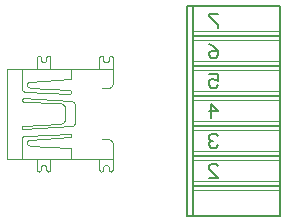
<source format=gbo>
G75*
G70*
%OFA0B0*%
%FSLAX24Y24*%
%IPPOS*%
%LPD*%
%AMOC8*
5,1,8,0,0,1.08239X$1,22.5*
%
%ADD10C,0.0040*%
%ADD11C,0.0060*%
%ADD12C,0.0020*%
%ADD13C,0.0050*%
D10*
X001182Y002032D02*
X001182Y002032D01*
X001169Y002033D01*
X001156Y002038D01*
X001145Y002045D01*
X001135Y002055D01*
X001128Y002066D01*
X001123Y002079D01*
X001122Y002092D01*
X001122Y002462D01*
X001337Y002247D02*
X001348Y002247D01*
X001365Y002245D01*
X001382Y002240D01*
X001397Y002232D01*
X001410Y002221D01*
X001421Y002208D01*
X001429Y002193D01*
X001434Y002176D01*
X001436Y002159D01*
X001436Y002092D01*
X001438Y002078D01*
X001442Y002066D01*
X001449Y002054D01*
X001459Y002044D01*
X001471Y002037D01*
X001483Y002033D01*
X001497Y002031D01*
X001497Y002032D02*
X001512Y002034D01*
X001526Y002039D01*
X001538Y002046D01*
X001549Y002057D01*
X001556Y002069D01*
X001561Y002083D01*
X001563Y002098D01*
X001563Y002440D01*
X001337Y002247D02*
X001320Y002245D01*
X001303Y002240D01*
X001288Y002232D01*
X001275Y002221D01*
X001264Y002208D01*
X001256Y002193D01*
X001251Y002176D01*
X001249Y002159D01*
X001248Y002159D02*
X001248Y002098D01*
X001246Y002083D01*
X001241Y002069D01*
X001234Y002057D01*
X001223Y002046D01*
X001211Y002039D01*
X001197Y002034D01*
X001182Y002032D01*
X000608Y002484D02*
X000608Y003091D01*
X000610Y003113D01*
X000615Y003134D01*
X000623Y003154D01*
X000634Y003172D01*
X000648Y003189D01*
X000665Y003203D01*
X000683Y003214D01*
X000703Y003222D01*
X000724Y003227D01*
X000746Y003229D01*
X000763Y003229D01*
X002209Y003296D01*
X002208Y003296D02*
X002222Y003295D01*
X002236Y003291D01*
X002247Y003283D01*
X002257Y003273D01*
X002264Y003261D01*
X002268Y003248D01*
X002269Y003234D01*
X002266Y003220D01*
X002260Y003207D01*
X002252Y003197D01*
X002240Y003188D01*
X002228Y003182D01*
X002214Y003180D01*
X000879Y003091D01*
X000879Y003092D02*
X000860Y003089D01*
X000843Y003082D01*
X000827Y003073D01*
X000813Y003060D01*
X000802Y003045D01*
X000794Y003029D01*
X000789Y003011D01*
X000788Y002992D01*
X000790Y002974D01*
X000796Y002956D01*
X000805Y002940D01*
X000817Y002926D01*
X000832Y002914D01*
X000848Y002905D01*
X000866Y002900D01*
X000884Y002898D01*
X002225Y002810D01*
X002237Y002808D01*
X002248Y002802D01*
X002257Y002794D01*
X002264Y002784D01*
X002268Y002773D01*
X002269Y002761D01*
X002270Y002760D02*
X002270Y002484D01*
X003202Y002462D02*
X003202Y002092D01*
X003204Y002079D01*
X003208Y002066D01*
X003215Y002054D01*
X003225Y002044D01*
X003237Y002037D01*
X003250Y002032D01*
X003263Y002031D01*
X003263Y002032D02*
X003263Y002032D01*
X003278Y002034D01*
X003292Y002039D01*
X003304Y002046D01*
X003315Y002057D01*
X003322Y002069D01*
X003327Y002083D01*
X003329Y002098D01*
X003329Y002159D01*
X003330Y002159D02*
X003332Y002176D01*
X003337Y002193D01*
X003345Y002208D01*
X003356Y002221D01*
X003369Y002232D01*
X003384Y002240D01*
X003401Y002245D01*
X003418Y002247D01*
X003429Y002247D01*
X003446Y002245D01*
X003463Y002240D01*
X003478Y002232D01*
X003491Y002221D01*
X003502Y002208D01*
X003510Y002193D01*
X003515Y002176D01*
X003517Y002159D01*
X003517Y002092D01*
X003519Y002078D01*
X003523Y002066D01*
X003530Y002054D01*
X003540Y002044D01*
X003552Y002037D01*
X003564Y002033D01*
X003578Y002031D01*
X003578Y002032D02*
X003593Y002034D01*
X003607Y002039D01*
X003619Y002046D01*
X003630Y002057D01*
X003637Y002069D01*
X003642Y002083D01*
X003644Y002098D01*
X003644Y002468D01*
X003644Y002462D02*
X003644Y002959D01*
X003643Y002959D02*
X003641Y002981D01*
X003636Y003003D01*
X003627Y003024D01*
X003616Y003043D01*
X003601Y003060D01*
X003584Y003075D01*
X003565Y003086D01*
X003544Y003095D01*
X003522Y003100D01*
X003500Y003102D01*
X003291Y003102D01*
X003644Y002462D02*
X000139Y002462D01*
X000139Y005459D01*
X001563Y005459D01*
X001563Y005829D01*
X001562Y005842D01*
X001557Y005855D01*
X001550Y005866D01*
X001540Y005876D01*
X001529Y005883D01*
X001516Y005888D01*
X001503Y005889D01*
X001502Y005890D02*
X001502Y005890D01*
X001487Y005888D01*
X001473Y005883D01*
X001461Y005876D01*
X001450Y005865D01*
X001443Y005853D01*
X001438Y005839D01*
X001436Y005824D01*
X001436Y005763D01*
X001434Y005746D01*
X001429Y005729D01*
X001421Y005714D01*
X001410Y005701D01*
X001397Y005690D01*
X001382Y005682D01*
X001365Y005677D01*
X001348Y005675D01*
X001348Y005674D02*
X001337Y005674D01*
X001337Y005675D02*
X001320Y005677D01*
X001303Y005682D01*
X001288Y005690D01*
X001275Y005701D01*
X001264Y005714D01*
X001256Y005729D01*
X001251Y005746D01*
X001249Y005763D01*
X001248Y005763D02*
X001248Y005829D01*
X001249Y005829D02*
X001247Y005843D01*
X001243Y005855D01*
X001236Y005867D01*
X001226Y005877D01*
X001214Y005884D01*
X001202Y005888D01*
X001188Y005890D01*
X001173Y005888D01*
X001159Y005883D01*
X001147Y005876D01*
X001136Y005865D01*
X001129Y005853D01*
X001124Y005839D01*
X001122Y005824D01*
X001121Y005824D02*
X001121Y005481D01*
X001563Y005459D02*
X003644Y005459D01*
X003644Y005829D01*
X003643Y005842D01*
X003638Y005855D01*
X003631Y005867D01*
X003621Y005877D01*
X003609Y005884D01*
X003596Y005889D01*
X003583Y005890D01*
X003583Y005890D01*
X003568Y005888D01*
X003554Y005883D01*
X003542Y005876D01*
X003531Y005865D01*
X003524Y005853D01*
X003519Y005839D01*
X003517Y005824D01*
X003517Y005763D01*
X003515Y005746D01*
X003510Y005729D01*
X003502Y005714D01*
X003491Y005701D01*
X003478Y005690D01*
X003463Y005682D01*
X003446Y005677D01*
X003429Y005675D01*
X003429Y005674D02*
X003418Y005674D01*
X003418Y005675D02*
X003401Y005677D01*
X003384Y005682D01*
X003369Y005690D01*
X003356Y005701D01*
X003345Y005714D01*
X003337Y005729D01*
X003332Y005746D01*
X003330Y005763D01*
X003329Y005763D02*
X003329Y005829D01*
X003330Y005829D02*
X003328Y005843D01*
X003324Y005855D01*
X003317Y005867D01*
X003307Y005877D01*
X003295Y005884D01*
X003283Y005888D01*
X003269Y005890D01*
X003254Y005888D01*
X003240Y005883D01*
X003228Y005876D01*
X003217Y005865D01*
X003210Y005853D01*
X003205Y005839D01*
X003203Y005824D01*
X003202Y005824D02*
X003202Y005481D01*
X003644Y005459D02*
X003644Y004957D01*
X003642Y004935D01*
X003637Y004914D01*
X003629Y004894D01*
X003618Y004876D01*
X003604Y004859D01*
X003587Y004845D01*
X003569Y004834D01*
X003549Y004826D01*
X003528Y004821D01*
X003506Y004819D01*
X003274Y004819D01*
X002385Y004245D02*
X002385Y003665D01*
X002386Y003666D02*
X002384Y003645D01*
X002379Y003625D01*
X002371Y003606D01*
X002361Y003588D01*
X002347Y003572D01*
X002331Y003558D01*
X002313Y003548D01*
X002294Y003540D01*
X002274Y003535D01*
X002253Y003533D01*
X000669Y003450D01*
X000655Y003451D01*
X000642Y003456D01*
X000631Y003464D01*
X000622Y003474D01*
X000616Y003487D01*
X000613Y003500D01*
X000614Y003514D01*
X000619Y003527D01*
X000627Y003538D01*
X000637Y003547D01*
X000650Y003553D01*
X000663Y003556D01*
X000663Y003555D02*
X001889Y003621D01*
X001913Y003623D01*
X001937Y003628D01*
X001960Y003636D01*
X001981Y003648D01*
X002001Y003663D01*
X002018Y003680D01*
X002033Y003700D01*
X002045Y003721D01*
X002053Y003744D01*
X002058Y003768D01*
X002060Y003792D01*
X002060Y004140D01*
X002058Y004164D01*
X002053Y004187D01*
X002045Y004209D01*
X002034Y004230D01*
X002019Y004249D01*
X002003Y004265D01*
X001984Y004280D01*
X001963Y004291D01*
X001941Y004299D01*
X001918Y004304D01*
X001894Y004306D01*
X001867Y004306D01*
X000669Y004361D01*
X000668Y004361D02*
X000655Y004363D01*
X000642Y004369D01*
X000631Y004378D01*
X000623Y004389D01*
X000618Y004402D01*
X000616Y004416D01*
X000618Y004430D01*
X000623Y004443D01*
X000631Y004454D01*
X000642Y004463D01*
X000655Y004469D01*
X000668Y004471D01*
X000669Y004471D02*
X002242Y004389D01*
X002265Y004387D01*
X002286Y004382D01*
X002307Y004373D01*
X002327Y004361D01*
X002344Y004347D01*
X002358Y004330D01*
X002370Y004310D01*
X002379Y004289D01*
X002384Y004268D01*
X002386Y004245D01*
X002209Y004626D02*
X000763Y004692D01*
X000746Y004692D01*
X000724Y004694D01*
X000703Y004699D01*
X000683Y004707D01*
X000665Y004718D01*
X000648Y004732D01*
X000634Y004749D01*
X000623Y004767D01*
X000615Y004787D01*
X000610Y004808D01*
X000608Y004830D01*
X000608Y005437D01*
X000884Y005023D02*
X002225Y005112D01*
X002237Y005114D01*
X002248Y005120D01*
X002257Y005128D01*
X002264Y005138D01*
X002268Y005149D01*
X002269Y005161D01*
X002270Y005161D02*
X002270Y005437D01*
X002214Y004742D02*
X000879Y004830D01*
X000860Y004833D01*
X000843Y004840D01*
X000827Y004849D01*
X000813Y004862D01*
X000802Y004877D01*
X000794Y004893D01*
X000789Y004911D01*
X000788Y004930D01*
X000790Y004948D01*
X000796Y004966D01*
X000805Y004982D01*
X000817Y004996D01*
X000832Y005008D01*
X000848Y005017D01*
X000866Y005022D01*
X000884Y005024D01*
X002214Y004742D02*
X002228Y004740D01*
X002240Y004734D01*
X002252Y004725D01*
X002260Y004715D01*
X002266Y004702D01*
X002269Y004688D01*
X002268Y004674D01*
X002264Y004661D01*
X002257Y004649D01*
X002247Y004639D01*
X002236Y004631D01*
X002222Y004627D01*
X002208Y004626D01*
D11*
X006122Y007556D02*
X006322Y007556D01*
X006322Y006706D01*
X006322Y006556D01*
X006322Y006406D01*
X006322Y005706D01*
X006322Y005556D01*
X006322Y005406D01*
X006322Y004706D01*
X006322Y004556D01*
X009222Y004556D01*
X009222Y004706D01*
X009222Y005406D01*
X009222Y005556D01*
X009222Y005706D01*
X009222Y006406D01*
X009222Y006556D01*
X009222Y006706D01*
X009222Y007556D01*
X006322Y007556D01*
X006122Y007556D02*
X006122Y000556D01*
X006322Y000556D01*
X006322Y001406D01*
X006322Y001556D01*
X009222Y001556D01*
X009222Y001706D01*
X009222Y002406D01*
X009222Y002556D01*
X006322Y002556D01*
X006322Y002706D01*
X006322Y003406D01*
X006322Y003556D01*
X009222Y003556D01*
X009222Y003706D01*
X009222Y004406D01*
X009222Y004556D01*
X009222Y003556D02*
X009222Y003406D01*
X009222Y002706D01*
X009222Y002556D01*
X009222Y001556D02*
X009222Y001406D01*
X009222Y000556D01*
X006322Y000556D01*
X006322Y001556D02*
X006322Y001706D01*
X006322Y002406D01*
X006322Y002556D01*
X006322Y003556D02*
X006322Y003706D01*
X006322Y004406D01*
X006322Y004556D01*
X006322Y005556D02*
X009222Y005556D01*
X009222Y006556D02*
X006322Y006556D01*
D12*
X006322Y006706D02*
X009222Y006706D01*
X009222Y006406D02*
X006322Y006406D01*
X006322Y005706D02*
X009222Y005706D01*
X009222Y005406D02*
X006322Y005406D01*
X006322Y004706D02*
X009222Y004706D01*
X009222Y004406D02*
X006322Y004406D01*
X006322Y003706D02*
X009222Y003706D01*
X009222Y003406D02*
X006322Y003406D01*
X006322Y002706D02*
X009222Y002706D01*
X009222Y002406D02*
X006322Y002406D01*
X006322Y001706D02*
X009222Y001706D01*
X009222Y001406D02*
X006322Y001406D01*
D13*
X006857Y001831D02*
X007157Y001831D01*
X006857Y002131D01*
X006857Y002206D01*
X006932Y002281D01*
X007082Y002281D01*
X007157Y002206D01*
X007082Y002831D02*
X006932Y002831D01*
X006857Y002906D01*
X006857Y002981D01*
X006932Y003056D01*
X007007Y003056D01*
X006932Y003056D02*
X006857Y003131D01*
X006857Y003206D01*
X006932Y003281D01*
X007082Y003281D01*
X007157Y003206D01*
X007157Y002906D02*
X007082Y002831D01*
X006932Y003831D02*
X006932Y004281D01*
X007157Y004056D01*
X006857Y004056D01*
X006932Y004831D02*
X007082Y004831D01*
X007157Y004906D01*
X007157Y005056D02*
X007007Y005131D01*
X006932Y005131D01*
X006857Y005056D01*
X006857Y004906D01*
X006932Y004831D01*
X007157Y005056D02*
X007157Y005281D01*
X006857Y005281D01*
X006932Y005831D02*
X006857Y005906D01*
X006857Y005981D01*
X006932Y006056D01*
X007157Y006056D01*
X007157Y005906D01*
X007082Y005831D01*
X006932Y005831D01*
X007157Y006056D02*
X007007Y006206D01*
X006857Y006281D01*
X007157Y006831D02*
X007157Y006906D01*
X006857Y007206D01*
X006857Y007281D01*
X007157Y007281D01*
M02*

</source>
